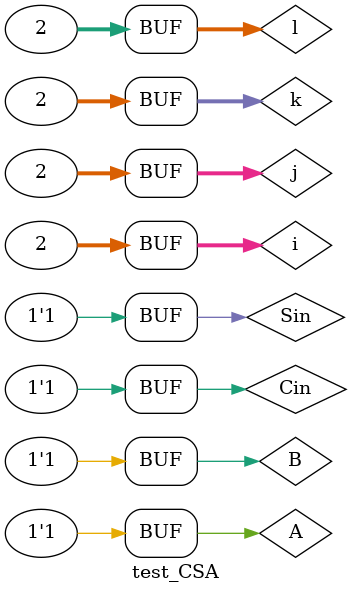
<source format=v>
module test_CSA();
    reg A;
    reg B;
    reg Cin;
    reg Sin;
    wire Cout_0;
    wire Sout_0;
    wire Cout_1;
    wire Sout_1;

    CSA #(
        .MAX(0)
    ) csa_1(
        .A(A),
        .B(B),
        .Cin(Cin),
        .Sin(Sin),
        .Cout(Cout_0),
        .Sout(Sout_0)
    );

    CSA #(
        .MAX(1)
    ) csa_2(
        .A(A),
        .B(B),
        .Cin(Cin),
        .Sin(Sin),
        .Cout(Cout_1),
        .Sout(Sout_1)
    );

    integer i, j, k, l;
    initial begin
        for(i = 0; i < 2; i = i + 1)
            for(j = 0; j < 2; j = j + 1)
                for(k = 0; k < 2; k = k + 1)
                    for(l = 0; l < 2; l = l + 1) begin
                        A = i;
                        B = j;
                        Cin = k;
                        Sin = l;
                        #10;
                    end
    end

    always @(*) begin
        $display("A = %d, B = %d, Cin = %d, Sin = %d, Cout_0 = %d, Sout_0 = %d, Cout_1 = %d, Sout_1 = %d", A, B, Cin, Sin, Cout_0, Sout_0, Cout_1, Sout_1);
    end


endmodule
</source>
